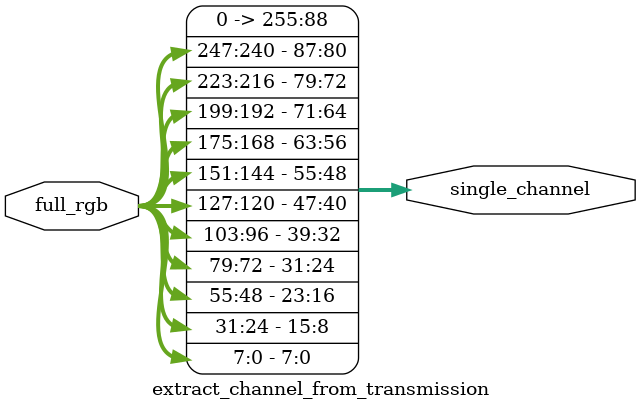
<source format=v>
module extract_channel_from_transmission
#(
    parameter  TDATA_WIDTH         = 256,

    parameter  CHANNEL_COUNT      = 3,
    parameter  CHANNEL_OFFSET     = 0,

    parameter  ITEM_WIDTH         = 8,
    localparam ITEM_COUNT         = TDATA_WIDTH / ITEM_WIDTH,
    localparam CHANNEL_COUNT_BITS = $clog2(CHANNEL_COUNT)
)
(
    input  [TDATA_WIDTH - 1:0] full_rgb,
    output [TDATA_WIDTH - 1:0] single_channel
);

    genvar item_index;

    generate
        for (item_index = 0; item_index < ITEM_COUNT; item_index = item_index + 1) begin
            if ((item_index * CHANNEL_COUNT + CHANNEL_OFFSET) < ITEM_COUNT) begin
                assign single_channel[(item_index + 1) * ITEM_WIDTH - 1:item_index * ITEM_WIDTH] = full_rgb[(item_index * CHANNEL_COUNT + CHANNEL_OFFSET + 1) * ITEM_WIDTH - 1:(item_index * CHANNEL_COUNT + CHANNEL_OFFSET) * ITEM_WIDTH];
            end else begin
                assign single_channel[(item_index + 1) * ITEM_WIDTH - 1:item_index * ITEM_WIDTH] = 0;
            end
        end
    endgenerate

endmodule
</source>
